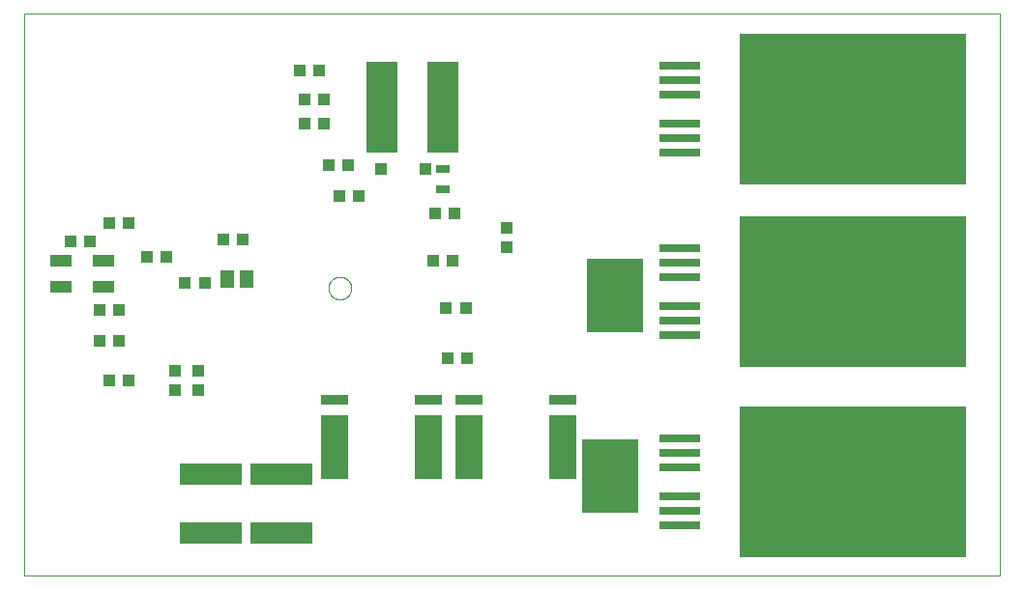
<source format=gbp>
G75*
%MOIN*%
%OFA0B0*%
%FSLAX25Y25*%
%IPPOS*%
%LPD*%
%AMOC8*
5,1,8,0,0,1.08239X$1,22.5*
%
%ADD10C,0.00000*%
%ADD11R,0.04724X0.03150*%
%ADD12R,0.05118X0.05906*%
%ADD13R,0.21654X0.07283*%
%ADD14R,0.04331X0.03937*%
%ADD15R,0.04331X0.04331*%
%ADD16R,0.10630X0.31496*%
%ADD17R,0.03937X0.04331*%
%ADD18R,0.19200X0.25400*%
%ADD19R,0.09600X0.22000*%
%ADD20R,0.09600X0.03500*%
%ADD21R,0.78000X0.52000*%
%ADD22R,0.14000X0.02800*%
%ADD23R,0.07480X0.04331*%
D10*
X0047976Y0001000D02*
X0047976Y0195000D01*
X0384226Y0195000D01*
X0384226Y0001000D01*
X0047976Y0001000D01*
X0152789Y0100375D02*
X0152791Y0100500D01*
X0152797Y0100625D01*
X0152807Y0100749D01*
X0152821Y0100873D01*
X0152838Y0100997D01*
X0152860Y0101120D01*
X0152886Y0101242D01*
X0152915Y0101364D01*
X0152948Y0101484D01*
X0152986Y0101603D01*
X0153026Y0101722D01*
X0153071Y0101838D01*
X0153119Y0101953D01*
X0153171Y0102067D01*
X0153227Y0102179D01*
X0153286Y0102289D01*
X0153348Y0102397D01*
X0153414Y0102504D01*
X0153483Y0102608D01*
X0153556Y0102709D01*
X0153631Y0102809D01*
X0153710Y0102906D01*
X0153792Y0103000D01*
X0153877Y0103092D01*
X0153964Y0103181D01*
X0154055Y0103267D01*
X0154148Y0103350D01*
X0154244Y0103431D01*
X0154342Y0103508D01*
X0154442Y0103582D01*
X0154545Y0103653D01*
X0154650Y0103720D01*
X0154758Y0103785D01*
X0154867Y0103845D01*
X0154978Y0103903D01*
X0155091Y0103956D01*
X0155205Y0104006D01*
X0155321Y0104053D01*
X0155438Y0104095D01*
X0155557Y0104134D01*
X0155677Y0104170D01*
X0155798Y0104201D01*
X0155920Y0104229D01*
X0156042Y0104252D01*
X0156166Y0104272D01*
X0156290Y0104288D01*
X0156414Y0104300D01*
X0156539Y0104308D01*
X0156664Y0104312D01*
X0156788Y0104312D01*
X0156913Y0104308D01*
X0157038Y0104300D01*
X0157162Y0104288D01*
X0157286Y0104272D01*
X0157410Y0104252D01*
X0157532Y0104229D01*
X0157654Y0104201D01*
X0157775Y0104170D01*
X0157895Y0104134D01*
X0158014Y0104095D01*
X0158131Y0104053D01*
X0158247Y0104006D01*
X0158361Y0103956D01*
X0158474Y0103903D01*
X0158585Y0103845D01*
X0158695Y0103785D01*
X0158802Y0103720D01*
X0158907Y0103653D01*
X0159010Y0103582D01*
X0159110Y0103508D01*
X0159208Y0103431D01*
X0159304Y0103350D01*
X0159397Y0103267D01*
X0159488Y0103181D01*
X0159575Y0103092D01*
X0159660Y0103000D01*
X0159742Y0102906D01*
X0159821Y0102809D01*
X0159896Y0102709D01*
X0159969Y0102608D01*
X0160038Y0102504D01*
X0160104Y0102397D01*
X0160166Y0102289D01*
X0160225Y0102179D01*
X0160281Y0102067D01*
X0160333Y0101953D01*
X0160381Y0101838D01*
X0160426Y0101722D01*
X0160466Y0101603D01*
X0160504Y0101484D01*
X0160537Y0101364D01*
X0160566Y0101242D01*
X0160592Y0101120D01*
X0160614Y0100997D01*
X0160631Y0100873D01*
X0160645Y0100749D01*
X0160655Y0100625D01*
X0160661Y0100500D01*
X0160663Y0100375D01*
X0160661Y0100250D01*
X0160655Y0100125D01*
X0160645Y0100001D01*
X0160631Y0099877D01*
X0160614Y0099753D01*
X0160592Y0099630D01*
X0160566Y0099508D01*
X0160537Y0099386D01*
X0160504Y0099266D01*
X0160466Y0099147D01*
X0160426Y0099028D01*
X0160381Y0098912D01*
X0160333Y0098797D01*
X0160281Y0098683D01*
X0160225Y0098571D01*
X0160166Y0098461D01*
X0160104Y0098353D01*
X0160038Y0098246D01*
X0159969Y0098142D01*
X0159896Y0098041D01*
X0159821Y0097941D01*
X0159742Y0097844D01*
X0159660Y0097750D01*
X0159575Y0097658D01*
X0159488Y0097569D01*
X0159397Y0097483D01*
X0159304Y0097400D01*
X0159208Y0097319D01*
X0159110Y0097242D01*
X0159010Y0097168D01*
X0158907Y0097097D01*
X0158802Y0097030D01*
X0158694Y0096965D01*
X0158585Y0096905D01*
X0158474Y0096847D01*
X0158361Y0096794D01*
X0158247Y0096744D01*
X0158131Y0096697D01*
X0158014Y0096655D01*
X0157895Y0096616D01*
X0157775Y0096580D01*
X0157654Y0096549D01*
X0157532Y0096521D01*
X0157410Y0096498D01*
X0157286Y0096478D01*
X0157162Y0096462D01*
X0157038Y0096450D01*
X0156913Y0096442D01*
X0156788Y0096438D01*
X0156664Y0096438D01*
X0156539Y0096442D01*
X0156414Y0096450D01*
X0156290Y0096462D01*
X0156166Y0096478D01*
X0156042Y0096498D01*
X0155920Y0096521D01*
X0155798Y0096549D01*
X0155677Y0096580D01*
X0155557Y0096616D01*
X0155438Y0096655D01*
X0155321Y0096697D01*
X0155205Y0096744D01*
X0155091Y0096794D01*
X0154978Y0096847D01*
X0154867Y0096905D01*
X0154757Y0096965D01*
X0154650Y0097030D01*
X0154545Y0097097D01*
X0154442Y0097168D01*
X0154342Y0097242D01*
X0154244Y0097319D01*
X0154148Y0097400D01*
X0154055Y0097483D01*
X0153964Y0097569D01*
X0153877Y0097658D01*
X0153792Y0097750D01*
X0153710Y0097844D01*
X0153631Y0097941D01*
X0153556Y0098041D01*
X0153483Y0098142D01*
X0153414Y0098246D01*
X0153348Y0098353D01*
X0153286Y0098461D01*
X0153227Y0098571D01*
X0153171Y0098683D01*
X0153119Y0098797D01*
X0153071Y0098912D01*
X0153026Y0099028D01*
X0152986Y0099147D01*
X0152948Y0099266D01*
X0152915Y0099386D01*
X0152886Y0099508D01*
X0152860Y0099630D01*
X0152838Y0099753D01*
X0152821Y0099877D01*
X0152807Y0100001D01*
X0152797Y0100125D01*
X0152791Y0100250D01*
X0152789Y0100375D01*
D11*
X0192351Y0134332D03*
X0192351Y0141418D03*
D12*
X0124447Y0103500D03*
X0117754Y0103500D03*
D13*
X0112351Y0036039D03*
X0136726Y0036039D03*
X0136726Y0015961D03*
X0112351Y0015961D03*
D14*
X0083822Y0068500D03*
X0077129Y0068500D03*
X0074004Y0082250D03*
X0080697Y0082250D03*
X0080697Y0092875D03*
X0074004Y0092875D03*
X0103379Y0102250D03*
X0110072Y0102250D03*
X0096947Y0111000D03*
X0090254Y0111000D03*
X0070697Y0116625D03*
X0064004Y0116625D03*
X0077129Y0122875D03*
X0083822Y0122875D03*
X0144629Y0157250D03*
X0151322Y0157250D03*
X0151322Y0165375D03*
X0144629Y0165375D03*
X0214226Y0121221D03*
X0214226Y0114529D03*
D15*
X0186278Y0141625D03*
X0170924Y0141625D03*
D16*
X0171293Y0162875D03*
X0192159Y0162875D03*
D17*
X0159447Y0142875D03*
X0152754Y0142875D03*
X0156504Y0132250D03*
X0163197Y0132250D03*
X0189629Y0126000D03*
X0196322Y0126000D03*
X0195697Y0109750D03*
X0189004Y0109750D03*
X0193379Y0093500D03*
X0200072Y0093500D03*
X0200697Y0076000D03*
X0194004Y0076000D03*
X0123197Y0117250D03*
X0116504Y0117250D03*
X0107976Y0071846D03*
X0107976Y0065154D03*
X0099851Y0065154D03*
X0099851Y0071846D03*
X0142754Y0175375D03*
X0149447Y0175375D03*
D18*
X0251726Y0097875D03*
X0249851Y0035375D03*
D19*
X0233551Y0045625D03*
X0201151Y0045625D03*
X0187301Y0045625D03*
X0154901Y0045625D03*
D20*
X0154901Y0061875D03*
X0187301Y0061875D03*
X0201151Y0061875D03*
X0233551Y0061875D03*
D21*
X0333601Y0033500D03*
X0333601Y0099125D03*
X0333601Y0162250D03*
D22*
X0274051Y0157250D03*
X0274051Y0152250D03*
X0274051Y0147250D03*
X0274051Y0167250D03*
X0274051Y0172250D03*
X0274051Y0177250D03*
X0274051Y0114125D03*
X0274051Y0109125D03*
X0274051Y0104125D03*
X0274051Y0094125D03*
X0274051Y0089125D03*
X0274051Y0084125D03*
X0274051Y0048500D03*
X0274051Y0043500D03*
X0274051Y0038500D03*
X0274051Y0028500D03*
X0274051Y0023500D03*
X0274051Y0018500D03*
D23*
X0075259Y0100847D03*
X0060692Y0100847D03*
X0060692Y0109903D03*
X0075259Y0109903D03*
M02*

</source>
